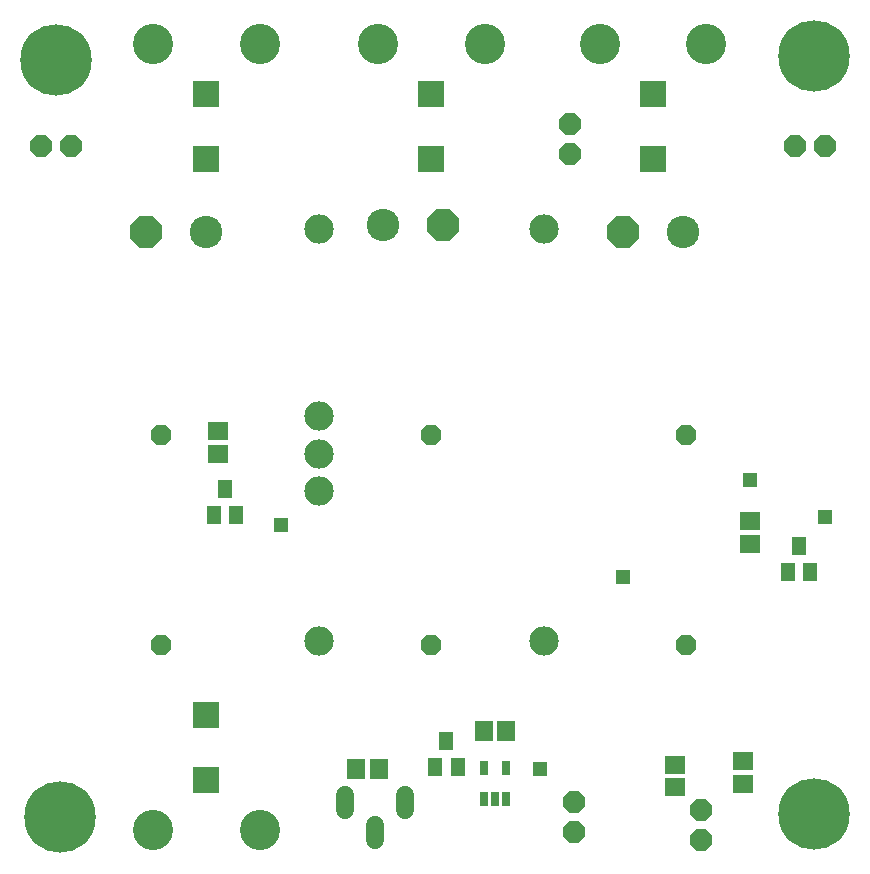
<source format=gbs>
G75*
%MOIN*%
%OFA0B0*%
%FSLAX24Y24*%
%IPPOS*%
%LPD*%
%AMOC8*
5,1,8,0,0,1.08239X$1,22.5*
%
%ADD10C,0.1080*%
%ADD11OC8,0.1080*%
%ADD12C,0.2380*%
%ADD13R,0.0276X0.0502*%
%ADD14R,0.0907X0.0907*%
%ADD15C,0.1340*%
%ADD16R,0.0474X0.0631*%
%ADD17R,0.0710X0.0592*%
%ADD18OC8,0.0680*%
%ADD19C,0.0600*%
%ADD20R,0.0592X0.0710*%
%ADD21C,0.0980*%
%ADD22OC8,0.0740*%
%ADD23R,0.0476X0.0476*%
D10*
X007180Y023833D03*
X013055Y024083D03*
X023055Y023833D03*
D11*
X021055Y023833D03*
X015055Y024083D03*
X005180Y023833D03*
D12*
X002305Y004333D03*
X002180Y029583D03*
X027430Y029708D03*
X027430Y004458D03*
D13*
X017179Y004941D03*
X016805Y004941D03*
X016431Y004941D03*
X016431Y005975D03*
X017179Y005975D03*
D14*
X007180Y005583D03*
X007180Y007748D03*
X007180Y026293D03*
X007180Y028458D03*
X014680Y028458D03*
X014680Y026293D03*
X022055Y026293D03*
X022055Y028458D03*
D15*
X020283Y030112D03*
X023827Y030112D03*
X016452Y030112D03*
X012908Y030112D03*
X008952Y030112D03*
X005408Y030112D03*
X005408Y003930D03*
X008952Y003930D03*
D16*
X014806Y006025D03*
X015554Y006025D03*
X015180Y006891D03*
X008179Y014400D03*
X007805Y015266D03*
X007431Y014400D03*
X026556Y012525D03*
X027304Y012525D03*
X026930Y013391D03*
D17*
X025305Y013459D03*
X025305Y014207D03*
X025055Y006207D03*
X025055Y005459D03*
X022805Y005334D03*
X022805Y006082D03*
X007555Y016459D03*
X007555Y017207D03*
D18*
X005680Y017083D03*
X005680Y010083D03*
X014680Y010083D03*
X014680Y017083D03*
X023180Y017083D03*
X023180Y010083D03*
D19*
X013805Y005093D02*
X013805Y004573D01*
X012805Y004093D02*
X012805Y003573D01*
X011805Y004573D02*
X011805Y005093D01*
D20*
X012181Y005958D03*
X012929Y005958D03*
X016431Y007208D03*
X017179Y007208D03*
D21*
X018430Y010208D03*
X010930Y010208D03*
X010930Y015208D03*
X010930Y016458D03*
X010930Y017708D03*
X010930Y023958D03*
X018430Y023958D03*
D22*
X019305Y026458D03*
X019305Y027458D03*
X026805Y026708D03*
X027805Y026708D03*
X019430Y004833D03*
X019430Y003833D03*
X023680Y003583D03*
X023680Y004583D03*
X002680Y026708D03*
X001680Y026708D03*
D23*
X009680Y014083D03*
X018305Y005958D03*
X021055Y012333D03*
X025305Y015583D03*
X027805Y014333D03*
M02*

</source>
